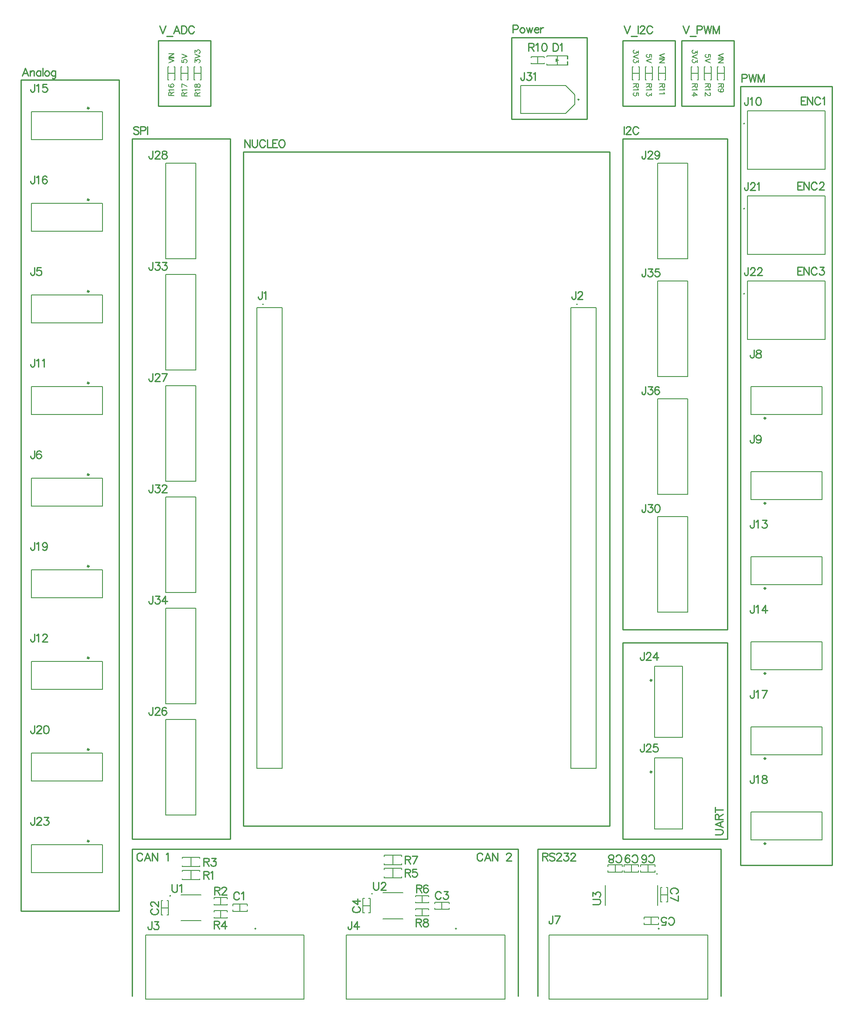
<source format=gto>
G04*
G04 #@! TF.GenerationSoftware,Altium Limited,Altium Designer,21.9.2 (33)*
G04*
G04 Layer_Color=65535*
%FSLAX44Y44*%
%MOMM*%
G71*
G04*
G04 #@! TF.SameCoordinates,D0450A9E-FE46-4EA2-B322-C77A40C1B8EA*
G04*
G04*
G04 #@! TF.FilePolarity,Positive*
G04*
G01*
G75*
%ADD10C,0.2000*%
%ADD11C,0.2540*%
%ADD12C,0.3000*%
%ADD13C,0.1270*%
%ADD14C,0.1500*%
%ADD15C,0.1524*%
D10*
X1093200Y1355250D02*
G03*
X1093200Y1355250I-1000J0D01*
G01*
X1415706Y1705553D02*
G03*
X1415600Y1706000I894J447D01*
G01*
X1415706Y1375353D02*
G03*
X1415600Y1375800I894J447D01*
G01*
X1415706Y1540453D02*
G03*
X1415600Y1540900I894J447D01*
G01*
X1248550Y249730D02*
G03*
X1248550Y249730I-1000J0D01*
G01*
X1251950Y143600D02*
G03*
X1251950Y143600I-1000J0D01*
G01*
X468650Y143600D02*
G03*
X468650Y143600I-1000J0D01*
G01*
X858250D02*
G03*
X858250Y143600I-1000J0D01*
G01*
X303500Y207200D02*
G03*
X303500Y207200I-1000J0D01*
G01*
X695150Y211240D02*
G03*
X695150Y211240I-1000J0D01*
G01*
X483600Y1355250D02*
G03*
X483600Y1355250I-1000J0D01*
G01*
X1080135Y454650D02*
X1129665D01*
X1080135Y1348750D02*
X1129665D01*
Y454650D02*
Y1348750D01*
X1080135Y454650D02*
Y1348750D01*
X470535Y454650D02*
Y1348750D01*
X520065Y454650D02*
Y1348750D01*
X470535D02*
X520065D01*
X470535Y454650D02*
X520065D01*
D11*
X1096050Y1752600D02*
G03*
X1096050Y1752600I-1000J0D01*
G01*
X965200Y1873250D02*
X1111250D01*
X965200Y1714500D02*
Y1873250D01*
X1111250Y1714500D02*
Y1873250D01*
X965200Y1714500D02*
X1111250D01*
X279400Y1739900D02*
Y1866900D01*
Y1739900D02*
X381000D01*
Y1866900D01*
X279400D02*
X381000D01*
X1295400Y1739900D02*
Y1866900D01*
Y1739900D02*
X1397000D01*
Y1866900D01*
X1295400D02*
X1397000D01*
X1181100D02*
X1282700D01*
Y1739900D02*
Y1866900D01*
X1181100Y1739900D02*
X1282700D01*
X1181100D02*
Y1866900D01*
X1371600Y12700D02*
Y298450D01*
X1016000D02*
X1371600D01*
X1016000Y12700D02*
Y298450D01*
X228600D02*
X977900D01*
X228600Y12700D02*
Y298450D01*
X977900Y12700D02*
Y298450D01*
X1384300Y317500D02*
Y698500D01*
X1181100Y317500D02*
X1384300D01*
X1181100D02*
Y698500D01*
X1384300D01*
Y723900D02*
Y1676400D01*
X1181100Y723900D02*
Y1676400D01*
X1384300D01*
X1181100Y723900D02*
X1384300D01*
X1587500Y266700D02*
Y1778000D01*
X12700Y177800D02*
Y1790700D01*
X228600Y317500D02*
X419100D01*
X228600Y1676400D02*
X419100D01*
X1409700Y1778000D02*
X1587500D01*
X1409700Y266700D02*
Y1778000D01*
Y266700D02*
X1587500D01*
X12700Y1790700D02*
X203200D01*
X419100Y317500D02*
Y1676400D01*
X228600Y317500D02*
Y1676400D01*
X203200Y177800D02*
Y1790700D01*
X12700Y177800D02*
X203200D01*
X444500Y342900D02*
X1155700D01*
Y1651000D01*
X444500D02*
X1155700D01*
X444500Y342900D02*
Y1651000D01*
X1530033Y1427477D02*
X1520600D01*
Y1412240D01*
X1530033D01*
X1520600Y1420221D02*
X1526405D01*
X1532572Y1427477D02*
Y1412240D01*
Y1427477D02*
X1542730Y1412240D01*
Y1427477D02*
Y1412240D01*
X1557821Y1423849D02*
X1557096Y1425300D01*
X1555645Y1426751D01*
X1554194Y1427477D01*
X1551291D01*
X1549840Y1426751D01*
X1548389Y1425300D01*
X1547664Y1423849D01*
X1546938Y1421672D01*
Y1418044D01*
X1547664Y1415868D01*
X1548389Y1414417D01*
X1549840Y1412966D01*
X1551291Y1412240D01*
X1554194D01*
X1555645Y1412966D01*
X1557096Y1414417D01*
X1557821Y1415868D01*
X1563553Y1427477D02*
X1571534D01*
X1567181Y1421672D01*
X1569358D01*
X1570809Y1420947D01*
X1571534Y1420221D01*
X1572260Y1418044D01*
Y1416593D01*
X1571534Y1414417D01*
X1570083Y1412966D01*
X1567907Y1412240D01*
X1565730D01*
X1563553Y1412966D01*
X1562828Y1413691D01*
X1562102Y1415142D01*
X1530033Y1592577D02*
X1520600D01*
Y1577340D01*
X1530033D01*
X1520600Y1585321D02*
X1526405D01*
X1532572Y1592577D02*
Y1577340D01*
Y1592577D02*
X1542730Y1577340D01*
Y1592577D02*
Y1577340D01*
X1557821Y1588949D02*
X1557096Y1590400D01*
X1555645Y1591851D01*
X1554194Y1592577D01*
X1551291D01*
X1549840Y1591851D01*
X1548389Y1590400D01*
X1547664Y1588949D01*
X1546938Y1586772D01*
Y1583145D01*
X1547664Y1580968D01*
X1548389Y1579517D01*
X1549840Y1578066D01*
X1551291Y1577340D01*
X1554194D01*
X1555645Y1578066D01*
X1557096Y1579517D01*
X1557821Y1580968D01*
X1562828Y1588949D02*
Y1589675D01*
X1563553Y1591126D01*
X1564279Y1591851D01*
X1565730Y1592577D01*
X1568632D01*
X1570083Y1591851D01*
X1570809Y1591126D01*
X1571534Y1589675D01*
Y1588223D01*
X1570809Y1586772D01*
X1569358Y1584596D01*
X1562102Y1577340D01*
X1572260D01*
X1536562Y1757677D02*
X1527130D01*
Y1742440D01*
X1536562D01*
X1527130Y1750421D02*
X1532935D01*
X1539102Y1757677D02*
Y1742440D01*
Y1757677D02*
X1549260Y1742440D01*
Y1757677D02*
Y1742440D01*
X1564351Y1754049D02*
X1563626Y1755500D01*
X1562175Y1756951D01*
X1560724Y1757677D01*
X1557821D01*
X1556370Y1756951D01*
X1554919Y1755500D01*
X1554194Y1754049D01*
X1553468Y1751872D01*
Y1748244D01*
X1554194Y1746068D01*
X1554919Y1744617D01*
X1556370Y1743166D01*
X1557821Y1742440D01*
X1560724D01*
X1562175Y1743166D01*
X1563626Y1744617D01*
X1564351Y1746068D01*
X1568632Y1754774D02*
X1570083Y1755500D01*
X1572260Y1757677D01*
Y1742440D01*
X1089302Y1380232D02*
Y1368623D01*
X1088576Y1366446D01*
X1087851Y1365721D01*
X1086400Y1364995D01*
X1084949D01*
X1083497Y1365721D01*
X1082772Y1366446D01*
X1082046Y1368623D01*
Y1370074D01*
X1093946Y1376604D02*
Y1377330D01*
X1094671Y1378781D01*
X1095397Y1379506D01*
X1096848Y1380232D01*
X1099750D01*
X1101201Y1379506D01*
X1101927Y1378781D01*
X1102652Y1377330D01*
Y1375879D01*
X1101927Y1374427D01*
X1100476Y1372251D01*
X1093220Y1364995D01*
X1103378D01*
X1424322Y1756661D02*
Y1745052D01*
X1423596Y1742875D01*
X1422870Y1742150D01*
X1421419Y1741424D01*
X1419968D01*
X1418517Y1742150D01*
X1417792Y1742875D01*
X1417066Y1745052D01*
Y1746503D01*
X1428240Y1753759D02*
X1429691Y1754484D01*
X1431867Y1756661D01*
Y1741424D01*
X1443767Y1756661D02*
X1441590Y1755935D01*
X1440139Y1753759D01*
X1439413Y1750131D01*
Y1747954D01*
X1440139Y1744326D01*
X1441590Y1742150D01*
X1443767Y1741424D01*
X1445218D01*
X1447394Y1742150D01*
X1448846Y1744326D01*
X1449571Y1747954D01*
Y1750131D01*
X1448846Y1753759D01*
X1447394Y1755935D01*
X1445218Y1756661D01*
X1443767D01*
X967740Y1889396D02*
X974270D01*
X976447Y1890121D01*
X977172Y1890847D01*
X977898Y1892298D01*
Y1894474D01*
X977172Y1895926D01*
X976447Y1896651D01*
X974270Y1897377D01*
X967740D01*
Y1882140D01*
X984936Y1892298D02*
X983485Y1891572D01*
X982033Y1890121D01*
X981308Y1887944D01*
Y1886493D01*
X982033Y1884317D01*
X983485Y1882866D01*
X984936Y1882140D01*
X987112D01*
X988564Y1882866D01*
X990015Y1884317D01*
X990740Y1886493D01*
Y1887944D01*
X990015Y1890121D01*
X988564Y1891572D01*
X987112Y1892298D01*
X984936D01*
X994078D02*
X996980Y1882140D01*
X999882Y1892298D02*
X996980Y1882140D01*
X999882Y1892298D02*
X1002785Y1882140D01*
X1005687Y1892298D02*
X1002785Y1882140D01*
X1009242Y1887944D02*
X1017949D01*
Y1889396D01*
X1017223Y1890847D01*
X1016497Y1891572D01*
X1015046Y1892298D01*
X1012870D01*
X1011419Y1891572D01*
X1009967Y1890121D01*
X1009242Y1887944D01*
Y1886493D01*
X1009967Y1884317D01*
X1011419Y1882866D01*
X1012870Y1882140D01*
X1015046D01*
X1016497Y1882866D01*
X1017949Y1884317D01*
X1021214Y1892298D02*
Y1882140D01*
Y1887944D02*
X1021939Y1890121D01*
X1023390Y1891572D01*
X1024842Y1892298D01*
X1027018D01*
X281940Y1896106D02*
X287745Y1880869D01*
X293549Y1896106D02*
X287745Y1880869D01*
X295508Y1875790D02*
X307117D01*
X320685Y1880869D02*
X314880Y1896106D01*
X309076Y1880869D01*
X311253Y1885948D02*
X318508D01*
X324240Y1896106D02*
Y1880869D01*
Y1896106D02*
X329319D01*
X331496Y1895380D01*
X332947Y1893929D01*
X333672Y1892478D01*
X334398Y1890301D01*
Y1886673D01*
X333672Y1884497D01*
X332947Y1883046D01*
X331496Y1881595D01*
X329319Y1880869D01*
X324240D01*
X348691Y1892478D02*
X347966Y1893929D01*
X346515Y1895380D01*
X345064Y1896106D01*
X342161D01*
X340710Y1895380D01*
X339259Y1893929D01*
X338534Y1892478D01*
X337808Y1890301D01*
Y1886673D01*
X338534Y1884497D01*
X339259Y1883046D01*
X340710Y1881595D01*
X342161Y1880869D01*
X345064D01*
X346515Y1881595D01*
X347966Y1883046D01*
X348691Y1884497D01*
X1297940Y1896106D02*
X1303745Y1880869D01*
X1309549Y1896106D02*
X1303745Y1880869D01*
X1311508Y1875790D02*
X1323117D01*
X1325076Y1888125D02*
X1331606D01*
X1333783Y1888850D01*
X1334508Y1889576D01*
X1335234Y1891027D01*
Y1893203D01*
X1334508Y1894655D01*
X1333783Y1895380D01*
X1331606Y1896106D01*
X1325076D01*
Y1880869D01*
X1338644Y1896106D02*
X1342272Y1880869D01*
X1345899Y1896106D02*
X1342272Y1880869D01*
X1345899Y1896106D02*
X1349527Y1880869D01*
X1353155Y1896106D02*
X1349527Y1880869D01*
X1356202Y1896106D02*
Y1880869D01*
Y1896106D02*
X1362007Y1880869D01*
X1367811Y1896106D02*
X1362007Y1880869D01*
X1367811Y1896106D02*
Y1880869D01*
X1183640Y1896106D02*
X1189445Y1880869D01*
X1195249Y1896106D02*
X1189445Y1880869D01*
X1197208Y1875790D02*
X1208817D01*
X1210776Y1896106D02*
Y1880869D01*
X1214694Y1892478D02*
Y1893203D01*
X1215419Y1894655D01*
X1216145Y1895380D01*
X1217596Y1896106D01*
X1220498D01*
X1221949Y1895380D01*
X1222675Y1894655D01*
X1223401Y1893203D01*
Y1891752D01*
X1222675Y1890301D01*
X1221224Y1888125D01*
X1213968Y1880869D01*
X1224126D01*
X1238420Y1892478D02*
X1237694Y1893929D01*
X1236243Y1895380D01*
X1234792Y1896106D01*
X1231890D01*
X1230439Y1895380D01*
X1228987Y1893929D01*
X1228262Y1892478D01*
X1227536Y1890301D01*
Y1886673D01*
X1228262Y1884497D01*
X1228987Y1883046D01*
X1230439Y1881595D01*
X1231890Y1880869D01*
X1234792D01*
X1236243Y1881595D01*
X1237694Y1883046D01*
X1238420Y1884497D01*
X1024890Y290827D02*
Y275590D01*
Y290827D02*
X1031420D01*
X1033597Y290101D01*
X1034322Y289376D01*
X1035048Y287924D01*
Y286473D01*
X1034322Y285022D01*
X1033597Y284297D01*
X1031420Y283571D01*
X1024890D01*
X1029969D02*
X1035048Y275590D01*
X1048616Y288650D02*
X1047165Y290101D01*
X1044988Y290827D01*
X1042086D01*
X1039909Y290101D01*
X1038458Y288650D01*
Y287199D01*
X1039184Y285748D01*
X1039909Y285022D01*
X1041360Y284297D01*
X1045714Y282846D01*
X1047165Y282120D01*
X1047890Y281395D01*
X1048616Y279943D01*
Y277767D01*
X1047165Y276316D01*
X1044988Y275590D01*
X1042086D01*
X1039909Y276316D01*
X1038458Y277767D01*
X1052751Y287199D02*
Y287924D01*
X1053477Y289376D01*
X1054203Y290101D01*
X1055654Y290827D01*
X1058556D01*
X1060007Y290101D01*
X1060733Y289376D01*
X1061458Y287924D01*
Y286473D01*
X1060733Y285022D01*
X1059281Y282846D01*
X1052026Y275590D01*
X1062184D01*
X1067045Y290827D02*
X1075026D01*
X1070673Y285022D01*
X1072849D01*
X1074301Y284297D01*
X1075026Y283571D01*
X1075752Y281395D01*
Y279943D01*
X1075026Y277767D01*
X1073575Y276316D01*
X1071398Y275590D01*
X1069222D01*
X1067045Y276316D01*
X1066319Y277041D01*
X1065594Y278492D01*
X1079887Y287199D02*
Y287924D01*
X1080613Y289376D01*
X1081339Y290101D01*
X1082790Y290827D01*
X1085692D01*
X1087143Y290101D01*
X1087868Y289376D01*
X1088594Y287924D01*
Y286473D01*
X1087868Y285022D01*
X1086417Y282846D01*
X1079162Y275590D01*
X1089320D01*
X1183640Y1700527D02*
Y1685290D01*
X1187558Y1696899D02*
Y1697625D01*
X1188284Y1699076D01*
X1189009Y1699801D01*
X1190460Y1700527D01*
X1193363D01*
X1194814Y1699801D01*
X1195539Y1699076D01*
X1196265Y1697625D01*
Y1696173D01*
X1195539Y1694722D01*
X1194088Y1692546D01*
X1186832Y1685290D01*
X1196990D01*
X1211284Y1696899D02*
X1210558Y1698350D01*
X1209107Y1699801D01*
X1207656Y1700527D01*
X1204754D01*
X1203303Y1699801D01*
X1201852Y1698350D01*
X1201126Y1696899D01*
X1200400Y1694722D01*
Y1691095D01*
X1201126Y1688918D01*
X1201852Y1687467D01*
X1203303Y1686016D01*
X1204754Y1685290D01*
X1207656D01*
X1209107Y1686016D01*
X1210558Y1687467D01*
X1211284Y1688918D01*
X241298Y1698350D02*
X239847Y1699801D01*
X237670Y1700527D01*
X234768D01*
X232591Y1699801D01*
X231140Y1698350D01*
Y1696899D01*
X231866Y1695448D01*
X232591Y1694722D01*
X234042Y1693997D01*
X238396Y1692546D01*
X239847Y1691820D01*
X240572Y1691095D01*
X241298Y1689643D01*
Y1687467D01*
X239847Y1686016D01*
X237670Y1685290D01*
X234768D01*
X232591Y1686016D01*
X231140Y1687467D01*
X244708Y1692546D02*
X251238D01*
X253415Y1693271D01*
X254140Y1693997D01*
X254866Y1695448D01*
Y1697625D01*
X254140Y1699076D01*
X253415Y1699801D01*
X251238Y1700527D01*
X244708D01*
Y1685290D01*
X258276Y1700527D02*
Y1685290D01*
X447040Y1675127D02*
Y1659890D01*
Y1675127D02*
X457198Y1659890D01*
Y1675127D02*
Y1659890D01*
X461406Y1675127D02*
Y1664243D01*
X462132Y1662067D01*
X463583Y1660616D01*
X465759Y1659890D01*
X467211D01*
X469387Y1660616D01*
X470838Y1662067D01*
X471564Y1664243D01*
Y1675127D01*
X486656Y1671499D02*
X485930Y1672950D01*
X484479Y1674401D01*
X483028Y1675127D01*
X480126D01*
X478674Y1674401D01*
X477223Y1672950D01*
X476498Y1671499D01*
X475772Y1669322D01*
Y1665694D01*
X476498Y1663518D01*
X477223Y1662067D01*
X478674Y1660616D01*
X480126Y1659890D01*
X483028D01*
X484479Y1660616D01*
X485930Y1662067D01*
X486656Y1663518D01*
X490936Y1675127D02*
Y1659890D01*
X499643D01*
X510744Y1675127D02*
X501312D01*
Y1659890D01*
X510744D01*
X501312Y1667871D02*
X507116D01*
X517637Y1675127D02*
X516186Y1674401D01*
X514735Y1672950D01*
X514009Y1671499D01*
X513284Y1669322D01*
Y1665694D01*
X514009Y1663518D01*
X514735Y1662067D01*
X516186Y1660616D01*
X517637Y1659890D01*
X520539D01*
X521990Y1660616D01*
X523441Y1662067D01*
X524167Y1663518D01*
X524893Y1665694D01*
Y1669322D01*
X524167Y1671499D01*
X523441Y1672950D01*
X521990Y1674401D01*
X520539Y1675127D01*
X517637D01*
X26849Y1798319D02*
X21044Y1813556D01*
X15240Y1798319D01*
X17417Y1803398D02*
X24672D01*
X30404Y1808477D02*
Y1798319D01*
Y1805574D02*
X32581Y1807751D01*
X34032Y1808477D01*
X36209D01*
X37660Y1807751D01*
X38385Y1805574D01*
Y1798319D01*
X51083Y1808477D02*
Y1798319D01*
Y1806300D02*
X49632Y1807751D01*
X48180Y1808477D01*
X46004D01*
X44553Y1807751D01*
X43102Y1806300D01*
X42376Y1804123D01*
Y1802672D01*
X43102Y1800496D01*
X44553Y1799044D01*
X46004Y1798319D01*
X48180D01*
X49632Y1799044D01*
X51083Y1800496D01*
X55146Y1813556D02*
Y1798319D01*
X61966Y1808477D02*
X60515Y1807751D01*
X59064Y1806300D01*
X58338Y1804123D01*
Y1802672D01*
X59064Y1800496D01*
X60515Y1799044D01*
X61966Y1798319D01*
X64143D01*
X65594Y1799044D01*
X67045Y1800496D01*
X67771Y1802672D01*
Y1804123D01*
X67045Y1806300D01*
X65594Y1807751D01*
X64143Y1808477D01*
X61966D01*
X79815D02*
Y1796868D01*
X79089Y1794691D01*
X78364Y1793966D01*
X76912Y1793240D01*
X74736D01*
X73285Y1793966D01*
X79815Y1806300D02*
X78364Y1807751D01*
X76912Y1808477D01*
X74736D01*
X73285Y1807751D01*
X71834Y1806300D01*
X71108Y1804123D01*
Y1802672D01*
X71834Y1800496D01*
X73285Y1799044D01*
X74736Y1798319D01*
X76912D01*
X78364Y1799044D01*
X79815Y1800496D01*
X908773Y287199D02*
X908048Y288650D01*
X906597Y290101D01*
X905146Y290827D01*
X902243D01*
X900792Y290101D01*
X899341Y288650D01*
X898616Y287199D01*
X897890Y285022D01*
Y281395D01*
X898616Y279218D01*
X899341Y277767D01*
X900792Y276316D01*
X902243Y275590D01*
X905146D01*
X906597Y276316D01*
X908048Y277767D01*
X908773Y279218D01*
X924663Y275590D02*
X918859Y290827D01*
X913054Y275590D01*
X915231Y280669D02*
X922486D01*
X928218Y290827D02*
Y275590D01*
Y290827D02*
X938376Y275590D01*
Y290827D02*
Y275590D01*
X955282Y287199D02*
Y287924D01*
X956007Y289376D01*
X956733Y290101D01*
X958184Y290827D01*
X961086D01*
X962537Y290101D01*
X963263Y289376D01*
X963988Y287924D01*
Y286473D01*
X963263Y285022D01*
X961812Y282846D01*
X954556Y275590D01*
X964714D01*
X248373Y287199D02*
X247648Y288650D01*
X246197Y290101D01*
X244746Y290827D01*
X241843D01*
X240392Y290101D01*
X238941Y288650D01*
X238216Y287199D01*
X237490Y285022D01*
Y281395D01*
X238216Y279218D01*
X238941Y277767D01*
X240392Y276316D01*
X241843Y275590D01*
X244746D01*
X246197Y276316D01*
X247648Y277767D01*
X248373Y279218D01*
X264263Y275590D02*
X258459Y290827D01*
X252654Y275590D01*
X254831Y280669D02*
X262086D01*
X267818Y290827D02*
Y275590D01*
Y290827D02*
X277976Y275590D01*
Y290827D02*
Y275590D01*
X294156Y287924D02*
X295607Y288650D01*
X297784Y290827D01*
Y275590D01*
X1412240Y1794146D02*
X1418770D01*
X1420947Y1794871D01*
X1421672Y1795597D01*
X1422398Y1797048D01*
Y1799225D01*
X1421672Y1800676D01*
X1420947Y1801401D01*
X1418770Y1802127D01*
X1412240D01*
Y1786890D01*
X1425808Y1802127D02*
X1429436Y1786890D01*
X1433064Y1802127D02*
X1429436Y1786890D01*
X1433064Y1802127D02*
X1436691Y1786890D01*
X1440319Y1802127D02*
X1436691Y1786890D01*
X1443367Y1802127D02*
Y1786890D01*
Y1802127D02*
X1449171Y1786890D01*
X1454975Y1802127D02*
X1449171Y1786890D01*
X1454975Y1802127D02*
Y1786890D01*
X1360173Y326390D02*
X1371057D01*
X1373233Y327116D01*
X1374684Y328567D01*
X1375410Y330743D01*
Y332195D01*
X1374684Y334371D01*
X1373233Y335822D01*
X1371057Y336548D01*
X1360173D01*
X1375410Y352365D02*
X1360173Y346561D01*
X1375410Y340756D01*
X1370331Y342933D02*
Y350188D01*
X1360173Y355920D02*
X1375410D01*
X1360173D02*
Y362450D01*
X1360899Y364627D01*
X1361624Y365353D01*
X1363076Y366078D01*
X1364527D01*
X1365978Y365353D01*
X1366703Y364627D01*
X1367429Y362450D01*
Y355920D01*
Y360999D02*
X1375410Y366078D01*
X1360173Y374567D02*
X1375410D01*
X1360173Y369488D02*
Y379646D01*
X480426Y1380232D02*
Y1368623D01*
X479701Y1366446D01*
X478975Y1365721D01*
X477524Y1364995D01*
X476073D01*
X474622Y1365721D01*
X473896Y1366446D01*
X473171Y1368623D01*
Y1370074D01*
X484344Y1377330D02*
X485795Y1378055D01*
X487972Y1380232D01*
Y1364995D01*
X1122682Y190938D02*
X1133565D01*
X1135742Y191664D01*
X1137193Y193115D01*
X1137918Y195291D01*
Y196742D01*
X1137193Y198919D01*
X1135742Y200370D01*
X1133565Y201096D01*
X1122682D01*
Y206755D02*
Y214736D01*
X1128486Y210383D01*
Y212560D01*
X1129212Y214011D01*
X1129937Y214736D01*
X1132114Y215462D01*
X1133565D01*
X1135742Y214736D01*
X1137193Y213285D01*
X1137918Y211109D01*
Y208932D01*
X1137193Y206755D01*
X1136467Y206030D01*
X1135016Y205304D01*
X998550Y1861818D02*
Y1846582D01*
Y1861818D02*
X1005080D01*
X1007257Y1861093D01*
X1007983Y1860367D01*
X1008708Y1858916D01*
Y1857465D01*
X1007983Y1856014D01*
X1007257Y1855288D01*
X1005080Y1854563D01*
X998550D01*
X1003629D02*
X1008708Y1846582D01*
X1012118Y1858916D02*
X1013569Y1859642D01*
X1015746Y1861818D01*
Y1846582D01*
X1027645Y1861818D02*
X1025469Y1861093D01*
X1024017Y1858916D01*
X1023292Y1855288D01*
Y1853112D01*
X1024017Y1849484D01*
X1025469Y1847307D01*
X1027645Y1846582D01*
X1029096D01*
X1031273Y1847307D01*
X1032724Y1849484D01*
X1033450Y1853112D01*
Y1855288D01*
X1032724Y1858916D01*
X1031273Y1861093D01*
X1029096Y1861818D01*
X1027645D01*
X1045502D02*
Y1846582D01*
Y1861818D02*
X1050581D01*
X1052758Y1861093D01*
X1054209Y1859642D01*
X1054934Y1858191D01*
X1055660Y1856014D01*
Y1852386D01*
X1054934Y1850210D01*
X1054209Y1848758D01*
X1052758Y1847307D01*
X1050581Y1846582D01*
X1045502D01*
X1059070Y1858916D02*
X1060521Y1859642D01*
X1062698Y1861818D01*
Y1846582D01*
X1225186Y1195829D02*
Y1184220D01*
X1224460Y1182043D01*
X1223735Y1181318D01*
X1222283Y1180592D01*
X1220832D01*
X1219381Y1181318D01*
X1218656Y1182043D01*
X1217930Y1184220D01*
Y1185671D01*
X1230555Y1195829D02*
X1238536D01*
X1234183Y1190024D01*
X1236359D01*
X1237810Y1189299D01*
X1238536Y1188573D01*
X1239261Y1186396D01*
Y1184945D01*
X1238536Y1182769D01*
X1237085Y1181318D01*
X1234908Y1180592D01*
X1232731D01*
X1230555Y1181318D01*
X1229829Y1182043D01*
X1229104Y1183494D01*
X1251378Y1193652D02*
X1250653Y1195103D01*
X1248476Y1195829D01*
X1247025D01*
X1244848Y1195103D01*
X1243397Y1192926D01*
X1242672Y1189299D01*
Y1185671D01*
X1243397Y1182769D01*
X1244848Y1181318D01*
X1247025Y1180592D01*
X1247750D01*
X1249927Y1181318D01*
X1251378Y1182769D01*
X1252104Y1184945D01*
Y1185671D01*
X1251378Y1187848D01*
X1249927Y1189299D01*
X1247750Y1190024D01*
X1247025D01*
X1244848Y1189299D01*
X1243397Y1187848D01*
X1242672Y1185671D01*
X1225186Y967229D02*
Y955620D01*
X1224460Y953443D01*
X1223735Y952718D01*
X1222283Y951992D01*
X1220832D01*
X1219381Y952718D01*
X1218656Y953443D01*
X1217930Y955620D01*
Y957071D01*
X1230555Y967229D02*
X1238536D01*
X1234183Y961424D01*
X1236359D01*
X1237810Y960699D01*
X1238536Y959973D01*
X1239261Y957796D01*
Y956345D01*
X1238536Y954169D01*
X1237085Y952718D01*
X1234908Y951992D01*
X1232731D01*
X1230555Y952718D01*
X1229829Y953443D01*
X1229104Y954894D01*
X1247025Y967229D02*
X1244848Y966503D01*
X1243397Y964326D01*
X1242672Y960699D01*
Y958522D01*
X1243397Y954894D01*
X1244848Y952718D01*
X1247025Y951992D01*
X1248476D01*
X1250653Y952718D01*
X1252104Y954894D01*
X1252829Y958522D01*
Y960699D01*
X1252104Y964326D01*
X1250653Y966503D01*
X1248476Y967229D01*
X1247025D01*
X1424322Y1426461D02*
Y1414852D01*
X1423596Y1412675D01*
X1422870Y1411950D01*
X1421419Y1411224D01*
X1419968D01*
X1418517Y1411950D01*
X1417792Y1412675D01*
X1417066Y1414852D01*
Y1416303D01*
X1428965Y1422833D02*
Y1423559D01*
X1429691Y1425010D01*
X1430416Y1425735D01*
X1431867Y1426461D01*
X1434770D01*
X1436221Y1425735D01*
X1436946Y1425010D01*
X1437672Y1423559D01*
Y1422107D01*
X1436946Y1420656D01*
X1435495Y1418480D01*
X1428240Y1411224D01*
X1438397D01*
X1442533Y1422833D02*
Y1423559D01*
X1443259Y1425010D01*
X1443984Y1425735D01*
X1445435Y1426461D01*
X1448338D01*
X1449789Y1425735D01*
X1450514Y1425010D01*
X1451240Y1423559D01*
Y1422107D01*
X1450514Y1420656D01*
X1449063Y1418480D01*
X1441808Y1411224D01*
X1451965D01*
X1435752Y606041D02*
Y594432D01*
X1435026Y592255D01*
X1434301Y591530D01*
X1432849Y590804D01*
X1431398D01*
X1429947Y591530D01*
X1429222Y592255D01*
X1428496Y594432D01*
Y595883D01*
X1439670Y603139D02*
X1441121Y603864D01*
X1443297Y606041D01*
Y590804D01*
X1461001Y606041D02*
X1453746Y590804D01*
X1450843Y606041D02*
X1461001D01*
X1435752Y936241D02*
Y924632D01*
X1435026Y922455D01*
X1434301Y921730D01*
X1432849Y921004D01*
X1431398D01*
X1429947Y921730D01*
X1429222Y922455D01*
X1428496Y924632D01*
Y926083D01*
X1439670Y933338D02*
X1441121Y934064D01*
X1443297Y936241D01*
Y921004D01*
X1452294Y936241D02*
X1460276D01*
X1455922Y930436D01*
X1458099D01*
X1459550Y929711D01*
X1460276Y928985D01*
X1461001Y926808D01*
Y925357D01*
X1460276Y923181D01*
X1458824Y921730D01*
X1456648Y921004D01*
X1454471D01*
X1452294Y921730D01*
X1451569Y922455D01*
X1450843Y923906D01*
X1435752Y1101341D02*
Y1089732D01*
X1435026Y1087555D01*
X1434301Y1086830D01*
X1432849Y1086104D01*
X1431398D01*
X1429947Y1086830D01*
X1429222Y1087555D01*
X1428496Y1089732D01*
Y1091183D01*
X1449102Y1096262D02*
X1448376Y1094085D01*
X1446925Y1092634D01*
X1444749Y1091908D01*
X1444023D01*
X1441846Y1092634D01*
X1440395Y1094085D01*
X1439670Y1096262D01*
Y1096987D01*
X1440395Y1099164D01*
X1441846Y1100615D01*
X1444023Y1101341D01*
X1444749D01*
X1446925Y1100615D01*
X1448376Y1099164D01*
X1449102Y1096262D01*
Y1092634D01*
X1448376Y1089006D01*
X1446925Y1086830D01*
X1444749Y1086104D01*
X1443297D01*
X1441121Y1086830D01*
X1440395Y1088281D01*
X659440Y186050D02*
X657989Y185324D01*
X656537Y183873D01*
X655812Y182422D01*
Y179520D01*
X656537Y178069D01*
X657989Y176618D01*
X659440Y175892D01*
X661616Y175166D01*
X665244D01*
X667421Y175892D01*
X668872Y176618D01*
X670323Y178069D01*
X671049Y179520D01*
Y182422D01*
X670323Y183873D01*
X668872Y185324D01*
X667421Y186050D01*
X655812Y197586D02*
X665970Y190331D01*
Y201214D01*
X655812Y197586D02*
X671049D01*
X267789Y182372D02*
X266338Y181647D01*
X264887Y180196D01*
X264162Y178745D01*
Y175842D01*
X264887Y174391D01*
X266338Y172940D01*
X267789Y172215D01*
X269966Y171489D01*
X273594D01*
X275770Y172215D01*
X277222Y172940D01*
X278673Y174391D01*
X279398Y175842D01*
Y178745D01*
X278673Y180196D01*
X277222Y181647D01*
X275770Y182372D01*
X267789Y187379D02*
X267064D01*
X265613Y188104D01*
X264887Y188830D01*
X264162Y190281D01*
Y193183D01*
X264887Y194634D01*
X265613Y195360D01*
X267064Y196085D01*
X268515D01*
X269966Y195360D01*
X272143Y193909D01*
X279398Y186653D01*
Y196811D01*
X696888Y233909D02*
Y223025D01*
X697614Y220849D01*
X699065Y219397D01*
X701242Y218672D01*
X702693D01*
X704869Y219397D01*
X706321Y220849D01*
X707046Y223025D01*
Y233909D01*
X711980Y230281D02*
Y231006D01*
X712706Y232457D01*
X713431Y233183D01*
X714882Y233909D01*
X717784D01*
X719236Y233183D01*
X719961Y232457D01*
X720687Y231006D01*
Y229555D01*
X719961Y228104D01*
X718510Y225927D01*
X711254Y218672D01*
X721412D01*
X305963Y229868D02*
Y218985D01*
X306689Y216808D01*
X308140Y215357D01*
X310316Y214632D01*
X311768D01*
X313944Y215357D01*
X315395Y216808D01*
X316121Y218985D01*
Y229868D01*
X320329Y226966D02*
X321780Y227692D01*
X323957Y229868D01*
Y214632D01*
X779837Y162789D02*
Y147552D01*
Y162789D02*
X786367D01*
X788544Y162063D01*
X789270Y161337D01*
X789995Y159886D01*
Y158435D01*
X789270Y156984D01*
X788544Y156258D01*
X786367Y155533D01*
X779837D01*
X784916D02*
X789995Y147552D01*
X797033Y162789D02*
X794856Y162063D01*
X794131Y160612D01*
Y159161D01*
X794856Y157710D01*
X796308Y156984D01*
X799210Y156258D01*
X801386Y155533D01*
X802838Y154082D01*
X803563Y152631D01*
Y150454D01*
X802838Y149003D01*
X802112Y148277D01*
X799935Y147552D01*
X797033D01*
X794856Y148277D01*
X794131Y149003D01*
X793405Y150454D01*
Y152631D01*
X794131Y154082D01*
X795582Y155533D01*
X797759Y156258D01*
X800661Y156984D01*
X802112Y157710D01*
X802838Y159161D01*
Y160612D01*
X802112Y162063D01*
X799935Y162789D01*
X797033D01*
X758247Y284708D02*
Y269472D01*
Y284708D02*
X764777D01*
X766954Y283983D01*
X767680Y283257D01*
X768405Y281806D01*
Y280355D01*
X767680Y278904D01*
X766954Y278179D01*
X764777Y277453D01*
X758247D01*
X763326D02*
X768405Y269472D01*
X781973Y284708D02*
X774717Y269472D01*
X771815Y284708D02*
X781973D01*
X780200Y228829D02*
Y213592D01*
Y228829D02*
X786730D01*
X788907Y228103D01*
X789632Y227377D01*
X790358Y225926D01*
Y224475D01*
X789632Y223024D01*
X788907Y222299D01*
X786730Y221573D01*
X780200D01*
X785279D02*
X790358Y213592D01*
X802475Y226652D02*
X801749Y228103D01*
X799573Y228829D01*
X798121D01*
X795945Y228103D01*
X794494Y225926D01*
X793768Y222299D01*
Y218671D01*
X794494Y215769D01*
X795945Y214317D01*
X798121Y213592D01*
X798847D01*
X801024Y214317D01*
X802475Y215769D01*
X803200Y217945D01*
Y218671D01*
X802475Y220847D01*
X801024Y222299D01*
X798847Y223024D01*
X798121D01*
X795945Y222299D01*
X794494Y220847D01*
X793768Y218671D01*
X758247Y259308D02*
Y244072D01*
Y259308D02*
X764777D01*
X766954Y258583D01*
X767680Y257857D01*
X768405Y256406D01*
Y254955D01*
X767680Y253504D01*
X766954Y252778D01*
X764777Y252053D01*
X758247D01*
X763326D02*
X768405Y244072D01*
X780522Y259308D02*
X773266D01*
X772541Y252778D01*
X773266Y253504D01*
X775443Y254230D01*
X777620D01*
X779796Y253504D01*
X781248Y252053D01*
X781973Y249876D01*
Y248425D01*
X781248Y246248D01*
X779796Y244797D01*
X777620Y244072D01*
X775443D01*
X773266Y244797D01*
X772541Y245523D01*
X771815Y246974D01*
X387824Y158748D02*
Y143512D01*
Y158748D02*
X394354D01*
X396531Y158023D01*
X397257Y157297D01*
X397982Y155846D01*
Y154395D01*
X397257Y152944D01*
X396531Y152218D01*
X394354Y151493D01*
X387824D01*
X392903D02*
X397982Y143512D01*
X408648Y158748D02*
X401392Y148591D01*
X412276D01*
X408648Y158748D02*
Y143512D01*
X367727Y280668D02*
Y265432D01*
Y280668D02*
X374257D01*
X376434Y279943D01*
X377159Y279217D01*
X377885Y277766D01*
Y276315D01*
X377159Y274864D01*
X376434Y274138D01*
X374257Y273413D01*
X367727D01*
X372806D02*
X377885Y265432D01*
X382746Y280668D02*
X390727D01*
X386374Y274864D01*
X388551D01*
X390002Y274138D01*
X390727Y273413D01*
X391453Y271236D01*
Y269785D01*
X390727Y267608D01*
X389276Y266157D01*
X387099Y265432D01*
X384923D01*
X382746Y266157D01*
X382021Y266883D01*
X381295Y268334D01*
X388187Y224788D02*
Y209552D01*
Y224788D02*
X394717D01*
X396894Y224063D01*
X397619Y223337D01*
X398345Y221886D01*
Y220435D01*
X397619Y218984D01*
X396894Y218258D01*
X394717Y217533D01*
X388187D01*
X393266D02*
X398345Y209552D01*
X402481Y221161D02*
Y221886D01*
X403206Y223337D01*
X403932Y224063D01*
X405383Y224788D01*
X408285D01*
X409736Y224063D01*
X410462Y223337D01*
X411187Y221886D01*
Y220435D01*
X410462Y218984D01*
X409011Y216807D01*
X401755Y209552D01*
X411913D01*
X367322Y255268D02*
Y240032D01*
Y255268D02*
X373852D01*
X376029Y254543D01*
X376754Y253817D01*
X377480Y252366D01*
Y250915D01*
X376754Y249464D01*
X376029Y248738D01*
X373852Y248013D01*
X367322D01*
X372401D02*
X377480Y240032D01*
X380890Y252366D02*
X382341Y253092D01*
X384518Y255268D01*
Y240032D01*
X989982Y1805175D02*
Y1793566D01*
X989256Y1791389D01*
X988531Y1790664D01*
X987079Y1789938D01*
X985628D01*
X984177Y1790664D01*
X983452Y1791389D01*
X982726Y1793566D01*
Y1795017D01*
X995351Y1805175D02*
X1003332D01*
X998979Y1799370D01*
X1001155D01*
X1002606Y1798645D01*
X1003332Y1797919D01*
X1004057Y1795742D01*
Y1794291D01*
X1003332Y1792115D01*
X1001881Y1790664D01*
X999704Y1789938D01*
X997527D01*
X995351Y1790664D01*
X994625Y1791389D01*
X993900Y1792840D01*
X1007468Y1802272D02*
X1008919Y1802998D01*
X1011095Y1805175D01*
Y1789938D01*
X38752Y359915D02*
Y348306D01*
X38026Y346129D01*
X37301Y345404D01*
X35849Y344678D01*
X34398D01*
X32947Y345404D01*
X32222Y346129D01*
X31496Y348306D01*
Y349757D01*
X43395Y356287D02*
Y357012D01*
X44121Y358464D01*
X44846Y359189D01*
X46297Y359915D01*
X49200D01*
X50651Y359189D01*
X51376Y358464D01*
X52102Y357012D01*
Y355561D01*
X51376Y354110D01*
X49925Y351934D01*
X42670Y344678D01*
X52827D01*
X57689Y359915D02*
X65670D01*
X61316Y354110D01*
X63493D01*
X64944Y353385D01*
X65670Y352659D01*
X66395Y350482D01*
Y349031D01*
X65670Y346855D01*
X64219Y345404D01*
X62042Y344678D01*
X59865D01*
X57689Y345404D01*
X56963Y346129D01*
X56238Y347580D01*
X38752Y537715D02*
Y526106D01*
X38026Y523929D01*
X37301Y523204D01*
X35849Y522478D01*
X34398D01*
X32947Y523204D01*
X32222Y523929D01*
X31496Y526106D01*
Y527557D01*
X43395Y534087D02*
Y534813D01*
X44121Y536264D01*
X44846Y536989D01*
X46297Y537715D01*
X49200D01*
X50651Y536989D01*
X51376Y536264D01*
X52102Y534813D01*
Y533361D01*
X51376Y531910D01*
X49925Y529734D01*
X42670Y522478D01*
X52827D01*
X60591Y537715D02*
X58414Y536989D01*
X56963Y534813D01*
X56238Y531185D01*
Y529008D01*
X56963Y525380D01*
X58414Y523204D01*
X60591Y522478D01*
X62042D01*
X64219Y523204D01*
X65670Y525380D01*
X66395Y529008D01*
Y531185D01*
X65670Y534813D01*
X64219Y536989D01*
X62042Y537715D01*
X60591D01*
X38752Y893315D02*
Y881706D01*
X38026Y879529D01*
X37301Y878804D01*
X35849Y878078D01*
X34398D01*
X32947Y878804D01*
X32222Y879529D01*
X31496Y881706D01*
Y883157D01*
X42670Y890413D02*
X44121Y891138D01*
X46297Y893315D01*
Y878078D01*
X63275Y888236D02*
X62550Y886059D01*
X61099Y884608D01*
X58922Y883883D01*
X58197D01*
X56020Y884608D01*
X54569Y886059D01*
X53843Y888236D01*
Y888961D01*
X54569Y891138D01*
X56020Y892589D01*
X58197Y893315D01*
X58922D01*
X61099Y892589D01*
X62550Y891138D01*
X63275Y888236D01*
Y884608D01*
X62550Y880980D01*
X61099Y878804D01*
X58922Y878078D01*
X57471D01*
X55294Y878804D01*
X54569Y880255D01*
X38752Y1782315D02*
Y1770706D01*
X38026Y1768529D01*
X37301Y1767804D01*
X35849Y1767078D01*
X34398D01*
X32947Y1767804D01*
X32222Y1768529D01*
X31496Y1770706D01*
Y1772157D01*
X42670Y1779413D02*
X44121Y1780138D01*
X46297Y1782315D01*
Y1767078D01*
X62550Y1782315D02*
X55294D01*
X54569Y1775785D01*
X55294Y1776510D01*
X57471Y1777236D01*
X59648D01*
X61824Y1776510D01*
X63275Y1775059D01*
X64001Y1772883D01*
Y1771431D01*
X63275Y1769255D01*
X61824Y1767804D01*
X59648Y1767078D01*
X57471D01*
X55294Y1767804D01*
X54569Y1768529D01*
X53843Y1769980D01*
X38752Y1248915D02*
Y1237306D01*
X38026Y1235129D01*
X37301Y1234404D01*
X35849Y1233678D01*
X34398D01*
X32947Y1234404D01*
X32222Y1235129D01*
X31496Y1237306D01*
Y1238757D01*
X42670Y1246012D02*
X44121Y1246738D01*
X46297Y1248915D01*
Y1233678D01*
X53843Y1246012D02*
X55294Y1246738D01*
X57471Y1248915D01*
Y1233678D01*
X1044846Y168399D02*
Y156790D01*
X1044120Y154613D01*
X1043394Y153888D01*
X1041943Y153162D01*
X1040492D01*
X1039041Y153888D01*
X1038316Y154613D01*
X1037590Y156790D01*
Y158241D01*
X1058921Y168399D02*
X1051666Y153162D01*
X1048764Y168399D02*
X1058921D01*
X38752Y1071115D02*
Y1059506D01*
X38026Y1057329D01*
X37301Y1056604D01*
X35849Y1055878D01*
X34398D01*
X32947Y1056604D01*
X32222Y1057329D01*
X31496Y1059506D01*
Y1060957D01*
X51376Y1068938D02*
X50651Y1070389D01*
X48474Y1071115D01*
X47023D01*
X44846Y1070389D01*
X43395Y1068213D01*
X42670Y1064585D01*
Y1060957D01*
X43395Y1058055D01*
X44846Y1056604D01*
X47023Y1055878D01*
X47748D01*
X49925Y1056604D01*
X51376Y1058055D01*
X52102Y1060231D01*
Y1060957D01*
X51376Y1063134D01*
X49925Y1064585D01*
X47748Y1065310D01*
X47023D01*
X44846Y1064585D01*
X43395Y1063134D01*
X42670Y1060957D01*
X654577Y157709D02*
Y146100D01*
X653852Y143923D01*
X653126Y143197D01*
X651675Y142472D01*
X650224D01*
X648773Y143197D01*
X648047Y143923D01*
X647322Y146100D01*
Y147551D01*
X665751Y157709D02*
X658495Y147551D01*
X669379D01*
X665751Y157709D02*
Y142472D01*
X1199115Y275409D02*
X1199841Y273958D01*
X1201292Y272507D01*
X1202743Y271782D01*
X1205645D01*
X1207096Y272507D01*
X1208547Y273958D01*
X1209273Y275409D01*
X1209998Y277586D01*
Y281214D01*
X1209273Y283391D01*
X1208547Y284842D01*
X1207096Y286293D01*
X1205645Y287018D01*
X1202743D01*
X1201292Y286293D01*
X1199841Y284842D01*
X1199115Y283391D01*
X1185402Y276861D02*
X1186127Y279037D01*
X1187579Y280488D01*
X1189755Y281214D01*
X1190481D01*
X1192658Y280488D01*
X1194109Y279037D01*
X1194834Y276861D01*
Y276135D01*
X1194109Y273958D01*
X1192658Y272507D01*
X1190481Y271782D01*
X1189755D01*
X1187579Y272507D01*
X1186127Y273958D01*
X1185402Y276861D01*
Y280488D01*
X1186127Y284116D01*
X1187579Y286293D01*
X1189755Y287018D01*
X1191207D01*
X1193383Y286293D01*
X1194109Y284842D01*
X1167728Y275409D02*
X1168453Y273958D01*
X1169904Y272507D01*
X1171356Y271782D01*
X1174258D01*
X1175709Y272507D01*
X1177160Y273958D01*
X1177886Y275409D01*
X1178611Y277586D01*
Y281214D01*
X1177886Y283391D01*
X1177160Y284842D01*
X1175709Y286293D01*
X1174258Y287018D01*
X1171356D01*
X1169904Y286293D01*
X1168453Y284842D01*
X1167728Y283391D01*
X1159819Y271782D02*
X1161996Y272507D01*
X1162721Y273958D01*
Y275409D01*
X1161996Y276861D01*
X1160545Y277586D01*
X1157643Y278312D01*
X1155466Y279037D01*
X1154015Y280488D01*
X1153289Y281939D01*
Y284116D01*
X1154015Y285567D01*
X1154740Y286293D01*
X1156917Y287018D01*
X1159819D01*
X1161996Y286293D01*
X1162721Y285567D01*
X1163447Y284116D01*
Y281939D01*
X1162721Y280488D01*
X1161270Y279037D01*
X1159094Y278312D01*
X1156191Y277586D01*
X1154740Y276861D01*
X1154015Y275409D01*
Y273958D01*
X1154740Y272507D01*
X1156917Y271782D01*
X1159819D01*
X1284641Y211728D02*
X1286092Y212453D01*
X1287543Y213904D01*
X1288269Y215355D01*
Y218258D01*
X1287543Y219709D01*
X1286092Y221160D01*
X1284641Y221885D01*
X1282464Y222611D01*
X1278836D01*
X1276660Y221885D01*
X1275209Y221160D01*
X1273757Y219709D01*
X1273032Y218258D01*
Y215355D01*
X1273757Y213904D01*
X1275209Y212453D01*
X1276660Y211728D01*
X1288269Y197289D02*
X1273032Y204545D01*
X1288269Y207447D02*
Y197289D01*
X1231265Y275409D02*
X1231991Y273958D01*
X1233442Y272507D01*
X1234893Y271782D01*
X1237795D01*
X1239246Y272507D01*
X1240697Y273958D01*
X1241423Y275409D01*
X1242148Y277586D01*
Y281214D01*
X1241423Y283391D01*
X1240697Y284842D01*
X1239246Y286293D01*
X1237795Y287018D01*
X1234893D01*
X1233442Y286293D01*
X1231991Y284842D01*
X1231265Y283391D01*
X1218278Y273958D02*
X1219003Y272507D01*
X1221180Y271782D01*
X1222631D01*
X1224808Y272507D01*
X1226259Y274684D01*
X1226984Y278312D01*
Y281939D01*
X1226259Y284842D01*
X1224808Y286293D01*
X1222631Y287018D01*
X1221905D01*
X1219729Y286293D01*
X1218278Y284842D01*
X1217552Y282665D01*
Y281939D01*
X1218278Y279763D01*
X1219729Y278312D01*
X1221905Y277586D01*
X1222631D01*
X1224808Y278312D01*
X1226259Y279763D01*
X1226984Y281939D01*
X1269728Y154759D02*
X1270453Y153308D01*
X1271905Y151857D01*
X1273356Y151132D01*
X1276258D01*
X1277709Y151857D01*
X1279160Y153308D01*
X1279886Y154759D01*
X1280611Y156936D01*
Y160564D01*
X1279886Y162740D01*
X1279160Y164192D01*
X1277709Y165643D01*
X1276258Y166368D01*
X1273356D01*
X1271905Y165643D01*
X1270453Y164192D01*
X1269728Y162740D01*
X1256740Y151132D02*
X1263996D01*
X1264722Y157662D01*
X1263996Y156936D01*
X1261819Y156210D01*
X1259643D01*
X1257466Y156936D01*
X1256015Y158387D01*
X1255289Y160564D01*
Y162015D01*
X1256015Y164192D01*
X1257466Y165643D01*
X1259643Y166368D01*
X1261819D01*
X1263996Y165643D01*
X1264722Y164917D01*
X1265447Y163466D01*
X828023Y212501D02*
X827297Y213952D01*
X825846Y215403D01*
X824395Y216129D01*
X821493D01*
X820042Y215403D01*
X818590Y213952D01*
X817865Y212501D01*
X817139Y210324D01*
Y206696D01*
X817865Y204520D01*
X818590Y203069D01*
X820042Y201617D01*
X821493Y200892D01*
X824395D01*
X825846Y201617D01*
X827297Y203069D01*
X828023Y204520D01*
X833755Y216129D02*
X841736D01*
X837382Y210324D01*
X839559D01*
X841010Y209599D01*
X841736Y208873D01*
X842461Y206696D01*
Y205245D01*
X841736Y203069D01*
X840285Y201617D01*
X838108Y200892D01*
X835931D01*
X833755Y201617D01*
X833029Y202343D01*
X832303Y203794D01*
X436333Y211253D02*
X435608Y212704D01*
X434157Y214155D01*
X432706Y214881D01*
X429803D01*
X428352Y214155D01*
X426901Y212704D01*
X426176Y211253D01*
X425450Y209076D01*
Y205448D01*
X426176Y203272D01*
X426901Y201821D01*
X428352Y200370D01*
X429803Y199644D01*
X432706D01*
X434157Y200370D01*
X435608Y201821D01*
X436333Y203272D01*
X440614Y211978D02*
X442065Y212704D01*
X444242Y214881D01*
Y199644D01*
X1435752Y771141D02*
Y759532D01*
X1435026Y757355D01*
X1434301Y756630D01*
X1432849Y755904D01*
X1431398D01*
X1429947Y756630D01*
X1429222Y757355D01*
X1428496Y759532D01*
Y760983D01*
X1439670Y768239D02*
X1441121Y768964D01*
X1443297Y771141D01*
Y755904D01*
X1458099Y771141D02*
X1450843Y760983D01*
X1461727D01*
X1458099Y771141D02*
Y755904D01*
X1222138Y679701D02*
Y668092D01*
X1221412Y665915D01*
X1220686Y665190D01*
X1219235Y664464D01*
X1217784D01*
X1216333Y665190D01*
X1215608Y665915D01*
X1214882Y668092D01*
Y669543D01*
X1226781Y676073D02*
Y676798D01*
X1227507Y678250D01*
X1228232Y678975D01*
X1229683Y679701D01*
X1232586D01*
X1234037Y678975D01*
X1234762Y678250D01*
X1235488Y676798D01*
Y675347D01*
X1234762Y673896D01*
X1233311Y671720D01*
X1226056Y664464D01*
X1236213D01*
X1246879Y679701D02*
X1239624Y669543D01*
X1250507D01*
X1246879Y679701D02*
Y664464D01*
X38752Y1426715D02*
Y1415106D01*
X38026Y1412929D01*
X37301Y1412204D01*
X35849Y1411478D01*
X34398D01*
X32947Y1412204D01*
X32222Y1412929D01*
X31496Y1415106D01*
Y1416557D01*
X51376Y1426715D02*
X44121D01*
X43395Y1420185D01*
X44121Y1420910D01*
X46297Y1421636D01*
X48474D01*
X50651Y1420910D01*
X52102Y1419459D01*
X52827Y1417283D01*
Y1415831D01*
X52102Y1413655D01*
X50651Y1412204D01*
X48474Y1411478D01*
X46297D01*
X44121Y1412204D01*
X43395Y1412929D01*
X42670Y1414380D01*
X1225186Y1653029D02*
Y1641420D01*
X1224460Y1639243D01*
X1223735Y1638518D01*
X1222283Y1637792D01*
X1220832D01*
X1219381Y1638518D01*
X1218656Y1639243D01*
X1217930Y1641420D01*
Y1642871D01*
X1229829Y1649401D02*
Y1650126D01*
X1230555Y1651578D01*
X1231280Y1652303D01*
X1232731Y1653029D01*
X1235634D01*
X1237085Y1652303D01*
X1237810Y1651578D01*
X1238536Y1650126D01*
Y1648675D01*
X1237810Y1647224D01*
X1236359Y1645048D01*
X1229104Y1637792D01*
X1239261D01*
X1252104Y1647950D02*
X1251378Y1645773D01*
X1249927Y1644322D01*
X1247750Y1643596D01*
X1247025D01*
X1244848Y1644322D01*
X1243397Y1645773D01*
X1242672Y1647950D01*
Y1648675D01*
X1243397Y1650852D01*
X1244848Y1652303D01*
X1247025Y1653029D01*
X1247750D01*
X1249927Y1652303D01*
X1251378Y1650852D01*
X1252104Y1647950D01*
Y1644322D01*
X1251378Y1640694D01*
X1249927Y1638518D01*
X1247750Y1637792D01*
X1246299D01*
X1244123Y1638518D01*
X1243397Y1639969D01*
X268368Y1653029D02*
Y1641420D01*
X267642Y1639243D01*
X266917Y1638518D01*
X265465Y1637792D01*
X264014D01*
X262563Y1638518D01*
X261838Y1639243D01*
X261112Y1641420D01*
Y1642871D01*
X273011Y1649401D02*
Y1650126D01*
X273737Y1651578D01*
X274462Y1652303D01*
X275913Y1653029D01*
X278816D01*
X280267Y1652303D01*
X280992Y1651578D01*
X281718Y1650126D01*
Y1648675D01*
X280992Y1647224D01*
X279541Y1645048D01*
X272286Y1637792D01*
X282443D01*
X289481Y1653029D02*
X287305Y1652303D01*
X286579Y1650852D01*
Y1649401D01*
X287305Y1647950D01*
X288756Y1647224D01*
X291658Y1646499D01*
X293835Y1645773D01*
X295286Y1644322D01*
X296011Y1642871D01*
Y1640694D01*
X295286Y1639243D01*
X294560Y1638518D01*
X292384Y1637792D01*
X289481D01*
X287305Y1638518D01*
X286579Y1639243D01*
X285854Y1640694D01*
Y1642871D01*
X286579Y1644322D01*
X288030Y1645773D01*
X290207Y1646499D01*
X293109Y1647224D01*
X294560Y1647950D01*
X295286Y1649401D01*
Y1650852D01*
X294560Y1652303D01*
X292384Y1653029D01*
X289481D01*
X1424322Y1591561D02*
Y1579952D01*
X1423596Y1577775D01*
X1422870Y1577050D01*
X1421419Y1576324D01*
X1419968D01*
X1418517Y1577050D01*
X1417792Y1577775D01*
X1417066Y1579952D01*
Y1581403D01*
X1428965Y1587933D02*
Y1588658D01*
X1429691Y1590110D01*
X1430416Y1590835D01*
X1431867Y1591561D01*
X1434770D01*
X1436221Y1590835D01*
X1436946Y1590110D01*
X1437672Y1588658D01*
Y1587207D01*
X1436946Y1585756D01*
X1435495Y1583580D01*
X1428240Y1576324D01*
X1438397D01*
X1441808Y1588658D02*
X1443259Y1589384D01*
X1445435Y1591561D01*
Y1576324D01*
X268368Y1221229D02*
Y1209620D01*
X267642Y1207443D01*
X266917Y1206718D01*
X265465Y1205992D01*
X264014D01*
X262563Y1206718D01*
X261838Y1207443D01*
X261112Y1209620D01*
Y1211071D01*
X273011Y1217601D02*
Y1218326D01*
X273737Y1219778D01*
X274462Y1220503D01*
X275913Y1221229D01*
X278816D01*
X280267Y1220503D01*
X280992Y1219778D01*
X281718Y1218326D01*
Y1216875D01*
X280992Y1215424D01*
X279541Y1213248D01*
X272286Y1205992D01*
X282443D01*
X296011Y1221229D02*
X288756Y1205992D01*
X285854Y1221229D02*
X296011D01*
X1225186Y1424429D02*
Y1412820D01*
X1224460Y1410643D01*
X1223735Y1409918D01*
X1222283Y1409192D01*
X1220832D01*
X1219381Y1409918D01*
X1218656Y1410643D01*
X1217930Y1412820D01*
Y1414271D01*
X1230555Y1424429D02*
X1238536D01*
X1234183Y1418624D01*
X1236359D01*
X1237810Y1417899D01*
X1238536Y1417173D01*
X1239261Y1414996D01*
Y1413545D01*
X1238536Y1411369D01*
X1237085Y1409918D01*
X1234908Y1409192D01*
X1232731D01*
X1230555Y1409918D01*
X1229829Y1410643D01*
X1229104Y1412094D01*
X1251378Y1424429D02*
X1244123D01*
X1243397Y1417899D01*
X1244123Y1418624D01*
X1246299Y1419350D01*
X1248476D01*
X1250653Y1418624D01*
X1252104Y1417173D01*
X1252829Y1414996D01*
Y1413545D01*
X1252104Y1411369D01*
X1250653Y1409918D01*
X1248476Y1409192D01*
X1246299D01*
X1244123Y1409918D01*
X1243397Y1410643D01*
X1242672Y1412094D01*
X1435752Y440941D02*
Y429332D01*
X1435026Y427155D01*
X1434301Y426430D01*
X1432849Y425704D01*
X1431398D01*
X1429947Y426430D01*
X1429222Y427155D01*
X1428496Y429332D01*
Y430783D01*
X1439670Y438038D02*
X1441121Y438764D01*
X1443297Y440941D01*
Y425704D01*
X1454471Y440941D02*
X1452294Y440215D01*
X1451569Y438764D01*
Y437313D01*
X1452294Y435862D01*
X1453746Y435136D01*
X1456648Y434411D01*
X1458824Y433685D01*
X1460276Y432234D01*
X1461001Y430783D01*
Y428606D01*
X1460276Y427155D01*
X1459550Y426430D01*
X1457373Y425704D01*
X1454471D01*
X1452294Y426430D01*
X1451569Y427155D01*
X1450843Y428606D01*
Y430783D01*
X1451569Y432234D01*
X1453020Y433685D01*
X1455197Y434411D01*
X1458099Y435136D01*
X1459550Y435862D01*
X1460276Y437313D01*
Y438764D01*
X1459550Y440215D01*
X1457373Y440941D01*
X1454471D01*
X266250Y157248D02*
Y145640D01*
X265525Y143463D01*
X264799Y142737D01*
X263348Y142012D01*
X261897D01*
X260446Y142737D01*
X259720Y143463D01*
X258995Y145640D01*
Y147091D01*
X271619Y157248D02*
X279600D01*
X275247Y151444D01*
X277424D01*
X278875Y150718D01*
X279600Y149993D01*
X280326Y147816D01*
Y146365D01*
X279600Y144188D01*
X278149Y142737D01*
X275973Y142012D01*
X273796D01*
X271619Y142737D01*
X270894Y143463D01*
X270168Y144914D01*
X1222138Y501901D02*
Y490292D01*
X1221412Y488115D01*
X1220686Y487390D01*
X1219235Y486664D01*
X1217784D01*
X1216333Y487390D01*
X1215608Y488115D01*
X1214882Y490292D01*
Y491743D01*
X1226781Y498273D02*
Y498998D01*
X1227507Y500450D01*
X1228232Y501175D01*
X1229683Y501901D01*
X1232586D01*
X1234037Y501175D01*
X1234762Y500450D01*
X1235488Y498998D01*
Y497547D01*
X1234762Y496096D01*
X1233311Y493920D01*
X1226056Y486664D01*
X1236213D01*
X1248330Y501901D02*
X1241075D01*
X1240349Y495371D01*
X1241075Y496096D01*
X1243251Y496822D01*
X1245428D01*
X1247605Y496096D01*
X1249056Y494645D01*
X1249781Y492468D01*
Y491017D01*
X1249056Y488841D01*
X1247605Y487390D01*
X1245428Y486664D01*
X1243251D01*
X1241075Y487390D01*
X1240349Y488115D01*
X1239624Y489566D01*
X268368Y573529D02*
Y561920D01*
X267642Y559743D01*
X266917Y559018D01*
X265465Y558292D01*
X264014D01*
X262563Y559018D01*
X261838Y559743D01*
X261112Y561920D01*
Y563371D01*
X273011Y569901D02*
Y570626D01*
X273737Y572078D01*
X274462Y572803D01*
X275913Y573529D01*
X278816D01*
X280267Y572803D01*
X280992Y572078D01*
X281718Y570626D01*
Y569175D01*
X280992Y567724D01*
X279541Y565548D01*
X272286Y558292D01*
X282443D01*
X294560Y571352D02*
X293835Y572803D01*
X291658Y573529D01*
X290207D01*
X288030Y572803D01*
X286579Y570626D01*
X285854Y566999D01*
Y563371D01*
X286579Y560469D01*
X288030Y559018D01*
X290207Y558292D01*
X290933D01*
X293109Y559018D01*
X294560Y560469D01*
X295286Y562645D01*
Y563371D01*
X294560Y565548D01*
X293109Y566999D01*
X290933Y567724D01*
X290207D01*
X288030Y566999D01*
X286579Y565548D01*
X285854Y563371D01*
X38752Y1604515D02*
Y1592906D01*
X38026Y1590729D01*
X37301Y1590004D01*
X35849Y1589278D01*
X34398D01*
X32947Y1590004D01*
X32222Y1590729D01*
X31496Y1592906D01*
Y1594357D01*
X42670Y1601613D02*
X44121Y1602338D01*
X46297Y1604515D01*
Y1589278D01*
X62550Y1602338D02*
X61824Y1603789D01*
X59648Y1604515D01*
X58197D01*
X56020Y1603789D01*
X54569Y1601613D01*
X53843Y1597985D01*
Y1594357D01*
X54569Y1591455D01*
X56020Y1590004D01*
X58197Y1589278D01*
X58922D01*
X61099Y1590004D01*
X62550Y1591455D01*
X63275Y1593631D01*
Y1594357D01*
X62550Y1596534D01*
X61099Y1597985D01*
X58922Y1598710D01*
X58197D01*
X56020Y1597985D01*
X54569Y1596534D01*
X53843Y1594357D01*
X1435752Y1266441D02*
Y1254832D01*
X1435026Y1252655D01*
X1434301Y1251930D01*
X1432849Y1251204D01*
X1431398D01*
X1429947Y1251930D01*
X1429222Y1252655D01*
X1428496Y1254832D01*
Y1256283D01*
X1443297Y1266441D02*
X1441121Y1265715D01*
X1440395Y1264264D01*
Y1262813D01*
X1441121Y1261362D01*
X1442572Y1260636D01*
X1445474Y1259911D01*
X1447651Y1259185D01*
X1449102Y1257734D01*
X1449827Y1256283D01*
Y1254106D01*
X1449102Y1252655D01*
X1448376Y1251930D01*
X1446200Y1251204D01*
X1443297D01*
X1441121Y1251930D01*
X1440395Y1252655D01*
X1439670Y1254106D01*
Y1256283D01*
X1440395Y1257734D01*
X1441846Y1259185D01*
X1444023Y1259911D01*
X1446925Y1260636D01*
X1448376Y1261362D01*
X1449102Y1262813D01*
Y1264264D01*
X1448376Y1265715D01*
X1446200Y1266441D01*
X1443297D01*
X268368Y1437129D02*
Y1425520D01*
X267642Y1423343D01*
X266917Y1422618D01*
X265465Y1421892D01*
X264014D01*
X262563Y1422618D01*
X261838Y1423343D01*
X261112Y1425520D01*
Y1426971D01*
X273737Y1437129D02*
X281718D01*
X277365Y1431324D01*
X279541D01*
X280992Y1430599D01*
X281718Y1429873D01*
X282443Y1427697D01*
Y1426245D01*
X281718Y1424069D01*
X280267Y1422618D01*
X278090Y1421892D01*
X275913D01*
X273737Y1422618D01*
X273011Y1423343D01*
X272286Y1424794D01*
X287305Y1437129D02*
X295286D01*
X290933Y1431324D01*
X293109D01*
X294560Y1430599D01*
X295286Y1429873D01*
X296011Y1427697D01*
Y1426245D01*
X295286Y1424069D01*
X293835Y1422618D01*
X291658Y1421892D01*
X289481D01*
X287305Y1422618D01*
X286579Y1423343D01*
X285854Y1424794D01*
X268368Y1005329D02*
Y993720D01*
X267642Y991543D01*
X266917Y990818D01*
X265465Y990092D01*
X264014D01*
X262563Y990818D01*
X261838Y991543D01*
X261112Y993720D01*
Y995171D01*
X273737Y1005329D02*
X281718D01*
X277365Y999524D01*
X279541D01*
X280992Y998799D01*
X281718Y998073D01*
X282443Y995897D01*
Y994445D01*
X281718Y992269D01*
X280267Y990818D01*
X278090Y990092D01*
X275913D01*
X273737Y990818D01*
X273011Y991543D01*
X272286Y992994D01*
X286579Y1001701D02*
Y1002427D01*
X287305Y1003878D01*
X288030Y1004603D01*
X289481Y1005329D01*
X292384D01*
X293835Y1004603D01*
X294560Y1003878D01*
X295286Y1002427D01*
Y1000975D01*
X294560Y999524D01*
X293109Y997348D01*
X285854Y990092D01*
X296011D01*
X38752Y715515D02*
Y703906D01*
X38026Y701729D01*
X37301Y701004D01*
X35849Y700278D01*
X34398D01*
X32947Y701004D01*
X32222Y701729D01*
X31496Y703906D01*
Y705357D01*
X42670Y712613D02*
X44121Y713338D01*
X46297Y715515D01*
Y700278D01*
X54569Y711887D02*
Y712613D01*
X55294Y714064D01*
X56020Y714789D01*
X57471Y715515D01*
X60373D01*
X61824Y714789D01*
X62550Y714064D01*
X63275Y712613D01*
Y711161D01*
X62550Y709710D01*
X61099Y707534D01*
X53843Y700278D01*
X64001D01*
X268368Y789429D02*
Y777820D01*
X267642Y775643D01*
X266917Y774918D01*
X265465Y774192D01*
X264014D01*
X262563Y774918D01*
X261838Y775643D01*
X261112Y777820D01*
Y779271D01*
X273737Y789429D02*
X281718D01*
X277365Y783624D01*
X279541D01*
X280992Y782899D01*
X281718Y782173D01*
X282443Y779996D01*
Y778545D01*
X281718Y776369D01*
X280267Y774918D01*
X278090Y774192D01*
X275913D01*
X273737Y774918D01*
X273011Y775643D01*
X272286Y777094D01*
X293109Y789429D02*
X285854Y779271D01*
X296737D01*
X293109Y789429D02*
Y774192D01*
D12*
X1237400Y625700D02*
G03*
X1237400Y625700I-1500J0D01*
G01*
Y447900D02*
G03*
X1237400Y447900I-1500J0D01*
G01*
X1458600Y308800D02*
G03*
X1458600Y308800I-1500J0D01*
G01*
Y473900D02*
G03*
X1458600Y473900I-1500J0D01*
G01*
Y639000D02*
G03*
X1458600Y639000I-1500J0D01*
G01*
Y804100D02*
G03*
X1458600Y804100I-1500J0D01*
G01*
Y969200D02*
G03*
X1458600Y969200I-1500J0D01*
G01*
Y1134300D02*
G03*
X1458600Y1134300I-1500J0D01*
G01*
X144600Y1558100D02*
G03*
X144600Y1558100I-1500J0D01*
G01*
Y669100D02*
G03*
X144600Y669100I-1500J0D01*
G01*
Y1380300D02*
G03*
X144600Y1380300I-1500J0D01*
G01*
Y846900D02*
G03*
X144600Y846900I-1500J0D01*
G01*
Y491300D02*
G03*
X144600Y491300I-1500J0D01*
G01*
Y1024700D02*
G03*
X144600Y1024700I-1500J0D01*
G01*
Y1735900D02*
G03*
X144600Y1735900I-1500J0D01*
G01*
Y1202500D02*
G03*
X144600Y1202500I-1500J0D01*
G01*
Y313500D02*
G03*
X144600Y313500I-1500J0D01*
G01*
D13*
X1573600Y1617000D02*
Y1731000D01*
X1423600D02*
X1573600D01*
X1423600Y1617000D02*
Y1731000D01*
Y1617000D02*
X1573600D01*
X1423600Y1286800D02*
X1573600D01*
X1423600D02*
Y1400800D01*
X1573600D01*
Y1286800D02*
Y1400800D01*
X1423600Y1451900D02*
X1573600D01*
X1423600D02*
Y1565900D01*
X1573600D01*
Y1451900D02*
Y1565900D01*
X1070050Y1779600D02*
X1086050Y1763600D01*
X983050Y1779600D02*
X1070050D01*
X983050Y1725600D02*
Y1779600D01*
X1070050Y1725600D02*
X1088050Y1743600D01*
X983050Y1725600D02*
X1070050D01*
X1088050Y1743600D02*
Y1761600D01*
X1086050Y1763600D02*
X1088050Y1761600D01*
X1248750Y188780D02*
Y227780D01*
X1147450Y188780D02*
Y227780D01*
X1037700Y131600D02*
X1345800D01*
Y6600D02*
Y131600D01*
X1037700Y6600D02*
X1345800D01*
X1037700D02*
Y131600D01*
X254400D02*
X562500D01*
Y6600D02*
Y131600D01*
X254400Y6600D02*
X562500D01*
X254400D02*
Y131600D01*
X644000D02*
X952100D01*
Y6600D02*
Y131600D01*
X644000Y6600D02*
X952100D01*
X644000D02*
Y131600D01*
X323400Y209400D02*
X362400D01*
X323400Y158900D02*
X362400D01*
X715050Y213440D02*
X754050D01*
X715050Y162940D02*
X754050D01*
X1248410Y1215390D02*
X1306830D01*
X1248410D02*
Y1400810D01*
X1306830D01*
Y1215390D02*
Y1400810D01*
X1248410Y1443990D02*
X1306830D01*
X1248410D02*
Y1629410D01*
X1306830D01*
Y1443990D02*
Y1629410D01*
X293370Y1443990D02*
Y1629410D01*
Y1443990D02*
X351790D01*
Y1629410D01*
X293370D02*
X351790D01*
X1248410Y986790D02*
X1306830D01*
X1248410D02*
Y1172210D01*
X1306830D01*
Y986790D02*
Y1172210D01*
X1248410Y758190D02*
X1306830D01*
X1248410D02*
Y943610D01*
X1306830D01*
Y758190D02*
Y943610D01*
X1243000Y515200D02*
Y653200D01*
X1297000D01*
Y515200D02*
Y653200D01*
X1243000Y515200D02*
X1297000D01*
X1243000Y337400D02*
X1297000D01*
Y475400D01*
X1243000D02*
X1297000D01*
X1243000Y337400D02*
Y475400D01*
X1429600Y315900D02*
X1567600D01*
X1429600D02*
Y369900D01*
X1567600D01*
Y315900D02*
Y369900D01*
X1429600Y481000D02*
X1567600D01*
X1429600D02*
Y535000D01*
X1567600D01*
Y481000D02*
Y535000D01*
Y646100D02*
Y700100D01*
X1429600D02*
X1567600D01*
X1429600Y646100D02*
Y700100D01*
Y646100D02*
X1567600D01*
X1429600Y811200D02*
X1567600D01*
X1429600D02*
Y865200D01*
X1567600D01*
Y811200D02*
Y865200D01*
X1429600Y976300D02*
X1567600D01*
X1429600D02*
Y1030300D01*
X1567600D01*
Y976300D02*
Y1030300D01*
X1429600Y1141400D02*
X1567600D01*
X1429600D02*
Y1195400D01*
X1567600D01*
Y1141400D02*
Y1195400D01*
X32600Y1497000D02*
Y1551000D01*
Y1497000D02*
X170600D01*
Y1551000D01*
X32600D02*
X170600D01*
X293370Y549910D02*
X351790D01*
Y364490D02*
Y549910D01*
X293370Y364490D02*
X351790D01*
X293370D02*
Y549910D01*
X32600Y608000D02*
Y662000D01*
Y608000D02*
X170600D01*
Y662000D01*
X32600D02*
X170600D01*
X293370Y1413510D02*
X351790D01*
Y1228090D02*
Y1413510D01*
X293370Y1228090D02*
X351790D01*
X293370D02*
Y1413510D01*
Y981710D02*
X351790D01*
Y796290D02*
Y981710D01*
X293370Y796290D02*
X351790D01*
X293370D02*
Y981710D01*
X32600Y1319200D02*
Y1373200D01*
Y1319200D02*
X170600D01*
Y1373200D01*
X32600D02*
X170600D01*
X32600Y785800D02*
Y839800D01*
Y785800D02*
X170600D01*
Y839800D01*
X32600D02*
X170600D01*
X32600Y430200D02*
Y484200D01*
Y430200D02*
X170600D01*
Y484200D01*
X32600D02*
X170600D01*
X32600Y963600D02*
Y1017600D01*
Y963600D02*
X170600D01*
Y1017600D01*
X32600D02*
X170600D01*
X32600Y1674800D02*
Y1728800D01*
Y1674800D02*
X170600D01*
Y1728800D01*
X32600D02*
X170600D01*
X32600Y1141400D02*
Y1195400D01*
Y1141400D02*
X170600D01*
Y1195400D01*
X32600D02*
X170600D01*
X32600Y252400D02*
Y306400D01*
Y252400D02*
X170600D01*
Y306400D01*
X32600D02*
X170600D01*
X293370Y765810D02*
X351790D01*
Y580390D02*
Y765810D01*
X293370Y580390D02*
X351790D01*
X293370D02*
Y765810D01*
Y1197610D02*
X351790D01*
Y1012190D02*
Y1197610D01*
X293370Y1012190D02*
X351790D01*
X293370D02*
Y1197610D01*
D14*
X1051560Y1826260D02*
X1054100Y1828800D01*
X1051560Y1831340D02*
X1054100Y1828800D01*
X1051560Y1826260D02*
Y1831340D01*
X1054100Y1828800D02*
X1056640D01*
X1073150Y1831340D02*
X1074420D01*
Y1837800D01*
X1073150D02*
X1074420D01*
X1073150Y1819800D02*
X1074420D01*
Y1826260D01*
X1073150D02*
X1074420D01*
X1033780Y1835800D02*
Y1837800D01*
X1073150D01*
Y1831340D02*
Y1837800D01*
X1033780Y1819800D02*
Y1821800D01*
Y1819800D02*
X1073150D01*
Y1826260D01*
X1054100Y1819800D02*
Y1837800D01*
X1003300Y1821800D02*
Y1823720D01*
Y1821800D02*
X1028700D01*
Y1823720D01*
Y1833880D02*
Y1835800D01*
X1003300D02*
X1028700D01*
X1003300Y1833880D02*
Y1835800D01*
X1016000Y1821800D02*
Y1835800D01*
X1364600Y1803400D02*
X1378600D01*
X1376680Y1816100D02*
X1378600D01*
Y1790700D02*
Y1816100D01*
X1376680Y1790700D02*
X1378600D01*
X1364600D02*
X1366520D01*
X1364600D02*
Y1816100D01*
X1366520D01*
X1313800Y1803400D02*
X1327800D01*
X1325880Y1816100D02*
X1327800D01*
Y1790700D02*
Y1816100D01*
X1325880Y1790700D02*
X1327800D01*
X1313800D02*
X1315720D01*
X1313800D02*
Y1816100D01*
X1315720D01*
X1339200Y1803400D02*
X1353200D01*
X1351280Y1816100D02*
X1353200D01*
Y1790700D02*
Y1816100D01*
X1351280Y1790700D02*
X1353200D01*
X1339200D02*
X1341120D01*
X1339200D02*
Y1816100D01*
X1341120D01*
X1250300Y1803400D02*
X1264300D01*
X1262380Y1816100D02*
X1264300D01*
Y1790700D02*
Y1816100D01*
X1262380Y1790700D02*
X1264300D01*
X1250300D02*
X1252220D01*
X1250300D02*
Y1816100D01*
X1252220D01*
X1224900Y1803400D02*
X1238900D01*
X1236980Y1816100D02*
X1238900D01*
Y1790700D02*
Y1816100D01*
X1236980Y1790700D02*
X1238900D01*
X1224900D02*
X1226820D01*
X1224900D02*
Y1816100D01*
X1226820D01*
X1199500Y1803400D02*
X1213500D01*
X1211580Y1816100D02*
X1213500D01*
Y1790700D02*
Y1816100D01*
X1211580Y1790700D02*
X1213500D01*
X1199500D02*
X1201420D01*
X1199500D02*
Y1816100D01*
X1201420D01*
X348600Y1803400D02*
X362600D01*
X360680Y1816100D02*
X362600D01*
Y1790700D02*
Y1816100D01*
X360680Y1790700D02*
X362600D01*
X348600D02*
X350520D01*
X348600D02*
Y1816100D01*
X350520D01*
X323200Y1803400D02*
X337200D01*
X335280Y1816100D02*
X337200D01*
Y1790700D02*
Y1816100D01*
X335280Y1790700D02*
X337200D01*
X323200D02*
X325120D01*
X323200D02*
Y1816100D01*
X325120D01*
X297800Y1803400D02*
X311800D01*
X309880Y1816100D02*
X311800D01*
Y1790700D02*
Y1816100D01*
X309880Y1790700D02*
X311800D01*
X297800D02*
X299720D01*
X297800D02*
Y1816100D01*
X299720D01*
X400050Y164450D02*
Y178450D01*
X412750Y164450D02*
Y166370D01*
X387350Y164450D02*
X412750D01*
X387350D02*
Y166370D01*
Y176530D02*
Y178450D01*
X412750D01*
Y176530D02*
Y178450D01*
X400050Y189850D02*
Y203850D01*
X387350Y201930D02*
Y203850D01*
X412750D01*
Y201930D02*
Y203850D01*
Y189850D02*
Y191770D01*
X387350Y189850D02*
X412750D01*
X387350D02*
Y191770D01*
X423750Y177150D02*
Y180150D01*
Y177150D02*
X451750D01*
Y180150D01*
Y188150D02*
Y191150D01*
X423750D02*
X451750D01*
X423750Y188150D02*
Y191150D01*
X437750Y177150D02*
Y191150D01*
X285100Y198150D02*
X288100D01*
X285100Y170150D02*
Y198150D01*
Y170150D02*
X288100D01*
X296100D02*
X299100D01*
Y198150D01*
X296100D02*
X299100D01*
X285100Y184150D02*
X299100D01*
X359900Y238650D02*
Y240650D01*
X325900Y238650D02*
X359900D01*
X325900D02*
Y240650D01*
X359900Y254650D02*
Y256650D01*
X325900D02*
X359900D01*
X325900Y254650D02*
Y256650D01*
X342900Y238650D02*
Y256650D01*
X325900Y280050D02*
Y282050D01*
X359900D01*
Y280050D02*
Y282050D01*
X325900Y264050D02*
Y266050D01*
Y264050D02*
X359900D01*
Y266050D01*
X342900Y264050D02*
Y282050D01*
X676750Y202190D02*
X679750D01*
X676750Y174190D02*
Y202190D01*
Y174190D02*
X679750D01*
X687750D02*
X690751D01*
Y202190D01*
X687750D02*
X690751D01*
X676750Y188190D02*
X690751D01*
X815800Y181190D02*
Y184190D01*
Y181190D02*
X843800D01*
Y184190D01*
Y192190D02*
Y195190D01*
X815800D02*
X843800D01*
X815800Y192190D02*
Y195190D01*
X829800Y181190D02*
Y195190D01*
X791700Y193890D02*
Y207890D01*
X779000Y205970D02*
Y207890D01*
X804400D01*
Y205970D02*
Y207890D01*
Y193890D02*
Y195810D01*
X779000Y193890D02*
X804400D01*
X779000D02*
Y195810D01*
X791700Y168490D02*
Y182490D01*
X804400Y168490D02*
Y170410D01*
X779000Y168490D02*
X804400D01*
X779000D02*
Y170410D01*
Y180570D02*
Y182490D01*
X804400D01*
Y180570D02*
Y182490D01*
X717550Y284090D02*
Y286090D01*
X751550D01*
Y284090D02*
Y286090D01*
X717550Y268090D02*
Y270090D01*
Y268090D02*
X751550D01*
Y270090D01*
X734550Y268090D02*
Y286090D01*
X751550Y242690D02*
Y244690D01*
X717550Y242690D02*
X751550D01*
X717550D02*
Y244690D01*
X751550Y258690D02*
Y260690D01*
X717550D02*
X751550D01*
X717550Y258690D02*
Y260690D01*
X734550Y242690D02*
Y260690D01*
X1229850Y253350D02*
Y267350D01*
X1215850Y264350D02*
Y267350D01*
X1243850D01*
Y264350D02*
Y267350D01*
Y253350D02*
Y256350D01*
X1215850Y253350D02*
X1243850D01*
X1215850D02*
Y256350D01*
X1197700Y253350D02*
Y267350D01*
X1183700Y264350D02*
Y267350D01*
X1211700D01*
Y264350D02*
Y267350D01*
Y253350D02*
Y256350D01*
X1183700Y253350D02*
X1211700D01*
X1183700D02*
Y256350D01*
X1166350Y253350D02*
Y267350D01*
X1152350Y264350D02*
Y267350D01*
X1180350D01*
Y264350D02*
Y267350D01*
Y253350D02*
Y256350D01*
X1152350Y253350D02*
X1180350D01*
X1152350D02*
Y256350D01*
X1254600Y209550D02*
X1268600D01*
X1254600Y195550D02*
X1257600D01*
X1254600D02*
Y223550D01*
X1257600D01*
X1265600D02*
X1268600D01*
Y195550D02*
Y223550D01*
X1265600Y195550D02*
X1268600D01*
X1236200Y151750D02*
Y165750D01*
X1222200Y162750D02*
Y165750D01*
X1250200D01*
Y162750D02*
Y165750D01*
Y151750D02*
Y154750D01*
X1222200Y151750D02*
X1250200D01*
X1222200D02*
Y154750D01*
D15*
X1237232Y1834954D02*
Y1839791D01*
X1232878Y1840275D01*
X1233362Y1839791D01*
X1233846Y1838340D01*
Y1836889D01*
X1233362Y1835438D01*
X1232395Y1834470D01*
X1230944Y1833987D01*
X1229976D01*
X1228525Y1834470D01*
X1227558Y1835438D01*
X1227074Y1836889D01*
Y1838340D01*
X1227558Y1839791D01*
X1228041Y1840275D01*
X1229009Y1840759D01*
X1237232Y1831713D02*
X1227074Y1827844D01*
X1237232Y1823974D02*
X1227074Y1827844D01*
X1211832Y1847869D02*
Y1842548D01*
X1207962Y1845450D01*
Y1843999D01*
X1207478Y1843032D01*
X1206995Y1842548D01*
X1205544Y1842065D01*
X1204576D01*
X1203125Y1842548D01*
X1202158Y1843516D01*
X1201674Y1844967D01*
Y1846418D01*
X1202158Y1847869D01*
X1202641Y1848353D01*
X1203609Y1848837D01*
X1211832Y1839791D02*
X1201674Y1835922D01*
X1211832Y1832052D02*
X1201674Y1835922D01*
X1211832Y1829778D02*
Y1824458D01*
X1207962Y1827360D01*
Y1825909D01*
X1207478Y1824941D01*
X1206995Y1824458D01*
X1205544Y1823974D01*
X1204576D01*
X1203125Y1824458D01*
X1202158Y1825425D01*
X1201674Y1826876D01*
Y1828327D01*
X1202158Y1829778D01*
X1202641Y1830262D01*
X1203609Y1830746D01*
X1262632Y1841920D02*
X1252474Y1838050D01*
X1262632Y1834180D02*
X1252474Y1838050D01*
X1262632Y1832874D02*
X1252474D01*
X1262632Y1830746D02*
X1252474D01*
X1262632D02*
X1252474Y1823974D01*
X1262632D02*
X1252474D01*
X324868Y1829778D02*
Y1824941D01*
X329221Y1824458D01*
X328738Y1824941D01*
X328254Y1826393D01*
Y1827844D01*
X328738Y1829295D01*
X329705Y1830262D01*
X331156Y1830746D01*
X332124D01*
X333575Y1830262D01*
X334542Y1829295D01*
X335026Y1827844D01*
Y1826393D01*
X334542Y1824941D01*
X334059Y1824458D01*
X333091Y1823974D01*
X324868Y1833019D02*
X335026Y1836889D01*
X324868Y1840759D02*
X335026Y1836889D01*
X350268Y1824941D02*
Y1830262D01*
X354138Y1827360D01*
Y1828811D01*
X354622Y1829778D01*
X355105Y1830262D01*
X356556Y1830746D01*
X357524D01*
X358975Y1830262D01*
X359942Y1829295D01*
X360426Y1827844D01*
Y1826393D01*
X359942Y1824941D01*
X359459Y1824458D01*
X358491Y1823974D01*
X350268Y1833019D02*
X360426Y1836889D01*
X350268Y1840759D02*
X360426Y1836889D01*
X350268Y1843032D02*
Y1848353D01*
X354138Y1845450D01*
Y1846902D01*
X354622Y1847869D01*
X355105Y1848353D01*
X356556Y1848837D01*
X357524D01*
X358975Y1848353D01*
X359942Y1847385D01*
X360426Y1845934D01*
Y1844483D01*
X359942Y1843032D01*
X359459Y1842548D01*
X358491Y1842065D01*
X299468Y1823974D02*
X309626Y1827844D01*
X299468Y1831713D02*
X309626Y1827844D01*
X299468Y1833019D02*
X309626D01*
X299468Y1835148D02*
X309626D01*
X299468D02*
X309626Y1841920D01*
X299468D02*
X309626D01*
X1376932D02*
X1366774Y1838050D01*
X1376932Y1834180D02*
X1366774Y1838050D01*
X1376932Y1832874D02*
X1366774D01*
X1376932Y1830746D02*
X1366774D01*
X1376932D02*
X1366774Y1823974D01*
X1376932D02*
X1366774D01*
X1326132Y1847869D02*
Y1842548D01*
X1322262Y1845450D01*
Y1843999D01*
X1321779Y1843032D01*
X1321295Y1842548D01*
X1319844Y1842065D01*
X1318876D01*
X1317425Y1842548D01*
X1316458Y1843516D01*
X1315974Y1844967D01*
Y1846418D01*
X1316458Y1847869D01*
X1316941Y1848353D01*
X1317909Y1848837D01*
X1326132Y1839791D02*
X1315974Y1835922D01*
X1326132Y1832052D02*
X1315974Y1835922D01*
X1326132Y1829778D02*
Y1824458D01*
X1322262Y1827360D01*
Y1825909D01*
X1321779Y1824941D01*
X1321295Y1824458D01*
X1319844Y1823974D01*
X1318876D01*
X1317425Y1824458D01*
X1316458Y1825425D01*
X1315974Y1826876D01*
Y1828327D01*
X1316458Y1829778D01*
X1316941Y1830262D01*
X1317909Y1830746D01*
X1351532Y1834954D02*
Y1839791D01*
X1347178Y1840275D01*
X1347662Y1839791D01*
X1348146Y1838340D01*
Y1836889D01*
X1347662Y1835438D01*
X1346695Y1834470D01*
X1345244Y1833987D01*
X1344276D01*
X1342825Y1834470D01*
X1341858Y1835438D01*
X1341374Y1836889D01*
Y1838340D01*
X1341858Y1839791D01*
X1342341Y1840275D01*
X1343309Y1840759D01*
X1351532Y1831713D02*
X1341374Y1827844D01*
X1351532Y1823974D02*
X1341374Y1827844D01*
X350268Y1759560D02*
X360426D01*
X350268D02*
Y1763913D01*
X350752Y1765364D01*
X351236Y1765848D01*
X352203Y1766332D01*
X353170D01*
X354138Y1765848D01*
X354622Y1765364D01*
X355105Y1763913D01*
Y1759560D01*
Y1762946D02*
X360426Y1766332D01*
X352203Y1768605D02*
X351719Y1769572D01*
X350268Y1771024D01*
X360426D01*
X350268Y1778473D02*
X350752Y1777021D01*
X351719Y1776538D01*
X352687D01*
X353654Y1777021D01*
X354138Y1777989D01*
X354622Y1779924D01*
X355105Y1781375D01*
X356073Y1782342D01*
X357040Y1782826D01*
X358491D01*
X359459Y1782342D01*
X359942Y1781859D01*
X360426Y1780408D01*
Y1778473D01*
X359942Y1777021D01*
X359459Y1776538D01*
X358491Y1776054D01*
X357040D01*
X356073Y1776538D01*
X355105Y1777505D01*
X354622Y1778956D01*
X354138Y1780891D01*
X353654Y1781859D01*
X352687Y1782342D01*
X351719D01*
X350752Y1781859D01*
X350268Y1780408D01*
Y1778473D01*
X324868Y1759560D02*
X335026D01*
X324868D02*
Y1763913D01*
X325352Y1765364D01*
X325836Y1765848D01*
X326803Y1766332D01*
X327770D01*
X328738Y1765848D01*
X329221Y1765364D01*
X329705Y1763913D01*
Y1759560D01*
Y1762946D02*
X335026Y1766332D01*
X326803Y1768605D02*
X326319Y1769572D01*
X324868Y1771024D01*
X335026D01*
X324868Y1782826D02*
X335026Y1777989D01*
X324868Y1776054D02*
Y1782826D01*
X299468Y1760043D02*
X309626D01*
X299468D02*
Y1764397D01*
X299952Y1765848D01*
X300436Y1766332D01*
X301403Y1766815D01*
X302370D01*
X303338Y1766332D01*
X303822Y1765848D01*
X304305Y1764397D01*
Y1760043D01*
Y1763429D02*
X309626Y1766815D01*
X301403Y1769089D02*
X300919Y1770056D01*
X299468Y1771507D01*
X309626D01*
X300919Y1782342D02*
X299952Y1781859D01*
X299468Y1780407D01*
Y1779440D01*
X299952Y1777989D01*
X301403Y1777021D01*
X303822Y1776538D01*
X306240D01*
X308175Y1777021D01*
X309142Y1777989D01*
X309626Y1779440D01*
Y1779924D01*
X309142Y1781375D01*
X308175Y1782342D01*
X306724Y1782826D01*
X306240D01*
X304789Y1782342D01*
X303822Y1781375D01*
X303338Y1779924D01*
Y1779440D01*
X303822Y1777989D01*
X304789Y1777021D01*
X306240Y1776538D01*
X1211832Y1782826D02*
X1201674D01*
X1211832D02*
Y1778473D01*
X1211348Y1777021D01*
X1210864Y1776538D01*
X1209897Y1776054D01*
X1208930D01*
X1207962Y1776538D01*
X1207478Y1777021D01*
X1206995Y1778473D01*
Y1782826D01*
Y1779440D02*
X1201674Y1776054D01*
X1209897Y1773781D02*
X1210381Y1772813D01*
X1211832Y1771362D01*
X1201674D01*
X1211832Y1760527D02*
Y1765364D01*
X1207478Y1765848D01*
X1207962Y1765364D01*
X1208446Y1763913D01*
Y1762462D01*
X1207962Y1761011D01*
X1206995Y1760043D01*
X1205544Y1759560D01*
X1204576D01*
X1203125Y1760043D01*
X1202158Y1761011D01*
X1201674Y1762462D01*
Y1763913D01*
X1202158Y1765364D01*
X1202641Y1765848D01*
X1203609Y1766332D01*
X1326132Y1782826D02*
X1315974D01*
X1326132D02*
Y1778473D01*
X1325648Y1777021D01*
X1325164Y1776538D01*
X1324197Y1776054D01*
X1323230D01*
X1322262Y1776538D01*
X1321779Y1777021D01*
X1321295Y1778473D01*
Y1782826D01*
Y1779440D02*
X1315974Y1776054D01*
X1324197Y1773781D02*
X1324681Y1772813D01*
X1326132Y1771362D01*
X1315974D01*
X1326132Y1761495D02*
X1319360Y1766332D01*
Y1759076D01*
X1326132Y1761495D02*
X1315974D01*
X1237232Y1782826D02*
X1227074D01*
X1237232D02*
Y1778473D01*
X1236748Y1777021D01*
X1236264Y1776538D01*
X1235297Y1776054D01*
X1234330D01*
X1233362Y1776538D01*
X1232878Y1777021D01*
X1232395Y1778473D01*
Y1782826D01*
Y1779440D02*
X1227074Y1776054D01*
X1235297Y1773781D02*
X1235781Y1772813D01*
X1237232Y1771362D01*
X1227074D01*
X1237232Y1765364D02*
Y1760043D01*
X1233362Y1762946D01*
Y1761495D01*
X1232878Y1760527D01*
X1232395Y1760043D01*
X1230944Y1759560D01*
X1229976D01*
X1228525Y1760043D01*
X1227558Y1761011D01*
X1227074Y1762462D01*
Y1763913D01*
X1227558Y1765364D01*
X1228041Y1765848D01*
X1229009Y1766332D01*
X1351532Y1782826D02*
X1341374D01*
X1351532D02*
Y1778473D01*
X1351048Y1777021D01*
X1350564Y1776538D01*
X1349597Y1776054D01*
X1348630D01*
X1347662Y1776538D01*
X1347178Y1777021D01*
X1346695Y1778473D01*
Y1782826D01*
Y1779440D02*
X1341374Y1776054D01*
X1349597Y1773781D02*
X1350081Y1772813D01*
X1351532Y1771362D01*
X1341374D01*
X1349113Y1765848D02*
X1349597D01*
X1350564Y1765364D01*
X1351048Y1764881D01*
X1351532Y1763913D01*
Y1761978D01*
X1351048Y1761011D01*
X1350564Y1760527D01*
X1349597Y1760043D01*
X1348630D01*
X1347662Y1760527D01*
X1346211Y1761495D01*
X1341374Y1766332D01*
Y1759560D01*
X1262632Y1782826D02*
X1252474D01*
X1262632D02*
Y1778473D01*
X1262148Y1777021D01*
X1261664Y1776538D01*
X1260697Y1776054D01*
X1259730D01*
X1258762Y1776538D01*
X1258279Y1777021D01*
X1257795Y1778473D01*
Y1782826D01*
Y1779440D02*
X1252474Y1776054D01*
X1260697Y1773781D02*
X1261181Y1772813D01*
X1262632Y1771362D01*
X1252474D01*
X1260697Y1766332D02*
X1261181Y1765364D01*
X1262632Y1763913D01*
X1252474D01*
X1376932Y1782826D02*
X1366774D01*
X1376932D02*
Y1778473D01*
X1376448Y1777021D01*
X1375964Y1776538D01*
X1374997Y1776054D01*
X1374030D01*
X1373062Y1776538D01*
X1372578Y1777021D01*
X1372095Y1778473D01*
Y1782826D01*
Y1779440D02*
X1366774Y1776054D01*
X1373546Y1767493D02*
X1372095Y1767976D01*
X1371127Y1768944D01*
X1370644Y1770395D01*
Y1770878D01*
X1371127Y1772330D01*
X1372095Y1773297D01*
X1373546Y1773781D01*
X1374030D01*
X1375481Y1773297D01*
X1376448Y1772330D01*
X1376932Y1770878D01*
Y1770395D01*
X1376448Y1768944D01*
X1375481Y1767976D01*
X1373546Y1767493D01*
X1371127D01*
X1368709Y1767976D01*
X1367258Y1768944D01*
X1366774Y1770395D01*
Y1771362D01*
X1367258Y1772813D01*
X1368225Y1773297D01*
M02*

</source>
